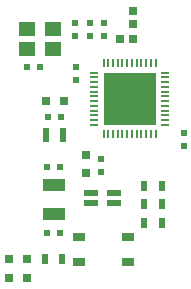
<source format=gtp>
G04 #@! TF.FileFunction,Paste,Top*
%FSLAX46Y46*%
G04 Gerber Fmt 4.6, Leading zero omitted, Abs format (unit mm)*
G04 Created by KiCad (PCBNEW 4.0.7) date 09/26/18 10:41:12*
%MOMM*%
%LPD*%
G01*
G04 APERTURE LIST*
%ADD10C,0.100000*%
%ADD11R,0.500000X0.900000*%
%ADD12R,1.900000X1.100000*%
%ADD13R,0.800000X0.750000*%
%ADD14R,0.600000X0.500000*%
%ADD15R,0.500000X0.600000*%
%ADD16R,0.750000X0.800000*%
%ADD17R,1.200000X0.550000*%
%ADD18R,0.599440X1.198880*%
%ADD19R,1.400000X1.200000*%
%ADD20R,0.700000X0.800000*%
%ADD21R,0.700000X0.700000*%
%ADD22R,0.200000X0.800000*%
%ADD23R,0.800000X0.200000*%
%ADD24R,4.500000X4.500000*%
%ADD25R,1.050000X0.650000*%
G04 APERTURE END LIST*
D10*
D11*
X179650000Y-125600000D03*
X181150000Y-125600000D03*
D12*
X172000000Y-126450000D03*
X172000000Y-123950000D03*
D13*
X169750000Y-130200000D03*
X168250000Y-130200000D03*
X168250000Y-131800000D03*
X169750000Y-131800000D03*
D14*
X171450000Y-122400000D03*
X172550000Y-122400000D03*
X172550000Y-128000000D03*
X171450000Y-128000000D03*
D15*
X176022000Y-121751000D03*
X176022000Y-122851000D03*
D16*
X174752000Y-121424000D03*
X174752000Y-122924000D03*
D15*
X183019000Y-120692000D03*
X183019000Y-119592000D03*
D13*
X172850000Y-116840000D03*
X171350000Y-116840000D03*
D15*
X173875000Y-115104000D03*
X173875000Y-114004000D03*
X175050000Y-110250000D03*
X175050000Y-111350000D03*
X176250000Y-110250000D03*
X176250000Y-111350000D03*
D17*
X177134000Y-125500000D03*
X177134000Y-124600000D03*
X175134000Y-124600000D03*
X175134000Y-125500000D03*
D14*
X171535000Y-118237000D03*
X172635000Y-118237000D03*
D18*
X171383960Y-119761000D03*
X172786040Y-119761000D03*
D11*
X171250000Y-130200000D03*
X172750000Y-130200000D03*
X179650000Y-127200000D03*
X181150000Y-127200000D03*
X179650000Y-124000000D03*
X181150000Y-124000000D03*
D19*
X169783000Y-110748000D03*
X169783000Y-112448000D03*
X171983000Y-112448000D03*
X171983000Y-110748000D03*
D20*
X178701000Y-110332000D03*
X178701000Y-109232000D03*
D21*
X177601000Y-111598000D03*
X178701000Y-111598000D03*
D14*
X169733000Y-113998000D03*
X170833000Y-113998000D03*
D15*
X173850000Y-110250000D03*
X173850000Y-111350000D03*
D22*
X176233000Y-119648000D03*
X176633000Y-119648000D03*
X177033000Y-119648000D03*
X177433000Y-119648000D03*
X177833000Y-119648000D03*
X178233000Y-119648000D03*
X178633000Y-119648000D03*
X179033000Y-119648000D03*
X179433000Y-119648000D03*
X179833000Y-119648000D03*
X180233000Y-119648000D03*
X180633000Y-119648000D03*
D23*
X181433000Y-118848000D03*
X181433000Y-118448000D03*
X181433000Y-118048000D03*
X181433000Y-117648000D03*
X181433000Y-117248000D03*
X181433000Y-116848000D03*
X181433000Y-116448000D03*
X181433000Y-116048000D03*
X181433000Y-115648000D03*
X181433000Y-115248000D03*
X181433000Y-114848000D03*
X181433000Y-114448000D03*
D22*
X180633000Y-113648000D03*
X180233000Y-113648000D03*
X179833000Y-113648000D03*
X179433000Y-113648000D03*
X179033000Y-113648000D03*
X178633000Y-113648000D03*
X178233000Y-113648000D03*
X177833000Y-113648000D03*
X177433000Y-113648000D03*
X177033000Y-113648000D03*
X176633000Y-113648000D03*
X176233000Y-113648000D03*
D23*
X175433000Y-114448000D03*
X175433000Y-114848000D03*
X175433000Y-115248000D03*
X175433000Y-115648000D03*
X175433000Y-116048000D03*
X175433000Y-116448000D03*
X175433000Y-116848000D03*
X175433000Y-117248000D03*
X175433000Y-117648000D03*
X175433000Y-118048000D03*
X175433000Y-118448000D03*
X175433000Y-118848000D03*
D24*
X178433000Y-116648000D03*
D25*
X174191000Y-128325000D03*
X178341000Y-128325000D03*
X174191000Y-130475000D03*
X178341000Y-130475000D03*
M02*

</source>
